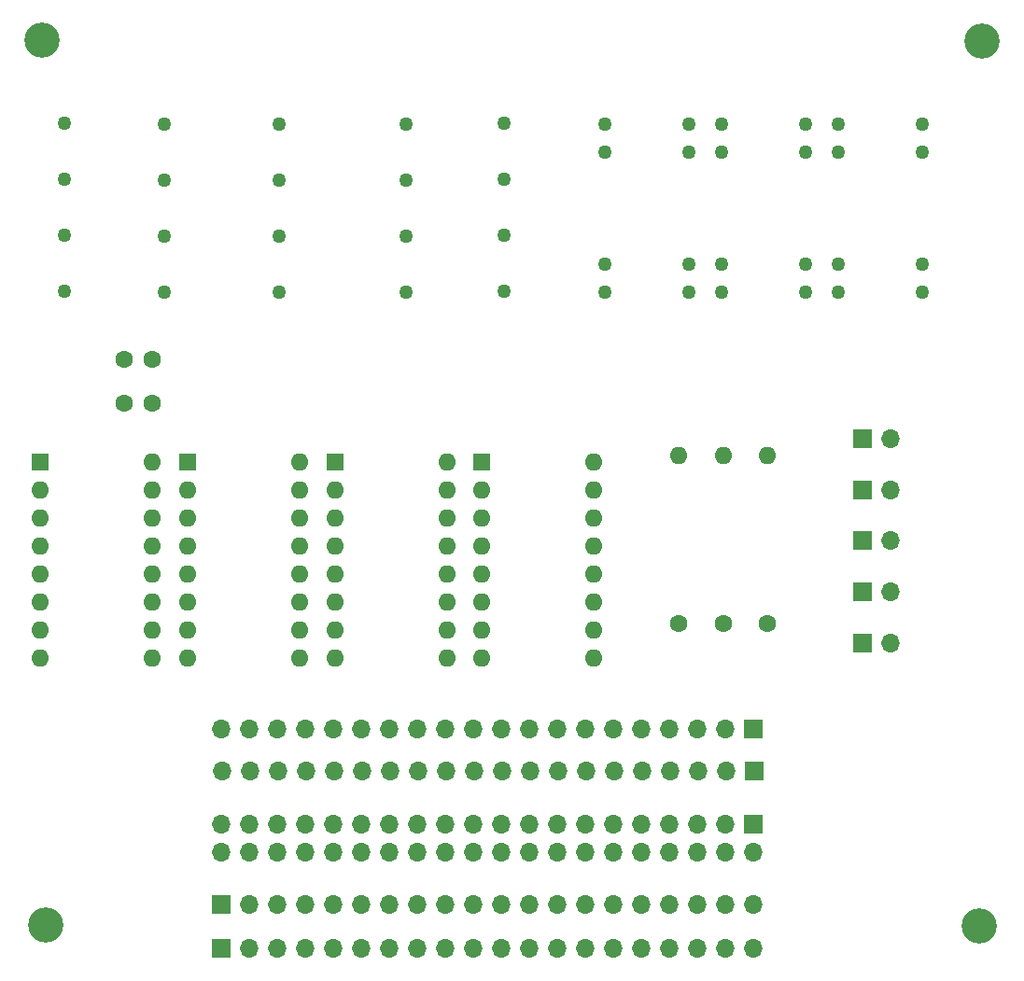
<source format=gbr>
%TF.GenerationSoftware,KiCad,Pcbnew,8.0.2*%
%TF.CreationDate,2024-05-07T00:14:14+01:00*%
%TF.ProjectId,VISIR_Lei_Ohm,56495349-525f-44c6-9569-5f4f686d2e6b,rev?*%
%TF.SameCoordinates,Original*%
%TF.FileFunction,Soldermask,Bot*%
%TF.FilePolarity,Negative*%
%FSLAX46Y46*%
G04 Gerber Fmt 4.6, Leading zero omitted, Abs format (unit mm)*
G04 Created by KiCad (PCBNEW 8.0.2) date 2024-05-07 00:14:14*
%MOMM*%
%LPD*%
G01*
G04 APERTURE LIST*
%ADD10C,3.200000*%
%ADD11R,1.700000X1.700000*%
%ADD12O,1.700000X1.700000*%
%ADD13R,1.600000X1.600000*%
%ADD14O,1.600000X1.600000*%
%ADD15C,1.270000*%
%ADD16C,1.600000*%
G04 APERTURE END LIST*
D10*
%TO.C,H4*%
X210700000Y-115800000D03*
%TD*%
%TO.C,H3*%
X126050000Y-115750000D03*
%TD*%
%TO.C,H2*%
X125700000Y-35500000D03*
%TD*%
%TO.C,H1*%
X210950000Y-35600000D03*
%TD*%
D11*
%TO.C,J8*%
X190250000Y-97950000D03*
D12*
X187710000Y-97950000D03*
X185170000Y-97950000D03*
X182630000Y-97950000D03*
X180090000Y-97950000D03*
X177550000Y-97950000D03*
X175010000Y-97950000D03*
X172470000Y-97950000D03*
X169930000Y-97950000D03*
X167390000Y-97950000D03*
X164850000Y-97950000D03*
X162310000Y-97950000D03*
X159770000Y-97950000D03*
X157230000Y-97950000D03*
X154690000Y-97950000D03*
X152150000Y-97950000D03*
X149610000Y-97950000D03*
X147070000Y-97950000D03*
X144530000Y-97950000D03*
X141990000Y-97950000D03*
%TD*%
D11*
%TO.C,J7*%
X190260000Y-101800000D03*
D12*
X187720000Y-101800000D03*
X185180000Y-101800000D03*
X182640000Y-101800000D03*
X180100000Y-101800000D03*
X177560000Y-101800000D03*
X175020000Y-101800000D03*
X172480000Y-101800000D03*
X169940000Y-101800000D03*
X167400000Y-101800000D03*
X164860000Y-101800000D03*
X162320000Y-101800000D03*
X159780000Y-101800000D03*
X157240000Y-101800000D03*
X154700000Y-101800000D03*
X152160000Y-101800000D03*
X149620000Y-101800000D03*
X147080000Y-101800000D03*
X144540000Y-101800000D03*
X142000000Y-101800000D03*
%TD*%
%TO.C,J1*%
X141980000Y-109100000D03*
X141980000Y-106560000D03*
X144520000Y-109100000D03*
X144520000Y-106560000D03*
X147060000Y-109100000D03*
X147060000Y-106560000D03*
X149600000Y-109100000D03*
X149600000Y-106560000D03*
X152140000Y-109100000D03*
X152140000Y-106560000D03*
X154680000Y-109100000D03*
X154680000Y-106560000D03*
X157220000Y-109100000D03*
X157220000Y-106560000D03*
X159760000Y-109100000D03*
X159760000Y-106560000D03*
X162300000Y-109100000D03*
X162300000Y-106560000D03*
X164840000Y-109100000D03*
X164840000Y-106560000D03*
X167380000Y-109100000D03*
X167380000Y-106560000D03*
X169920000Y-109100000D03*
X169920000Y-106560000D03*
X172460000Y-109100000D03*
X172460000Y-106560000D03*
X175000000Y-109100000D03*
X175000000Y-106560000D03*
X177540000Y-109100000D03*
X177540000Y-106560000D03*
X180080000Y-109100000D03*
X180080000Y-106560000D03*
X182620000Y-109100000D03*
X182620000Y-106560000D03*
X185160000Y-109100000D03*
X185160000Y-106560000D03*
X187700000Y-109100000D03*
X187700000Y-106560000D03*
X190240000Y-109100000D03*
D11*
X190240000Y-106560000D03*
%TD*%
%TO.C,J4*%
X200120000Y-71650000D03*
D12*
X202660000Y-71650000D03*
%TD*%
D11*
%TO.C,J3*%
X200120000Y-76250000D03*
D12*
X202660000Y-76250000D03*
%TD*%
D11*
%TO.C,J2*%
X200120000Y-80850000D03*
D12*
X202660000Y-80850000D03*
%TD*%
D11*
%TO.C,J6*%
X141940000Y-117850000D03*
D12*
X144480000Y-117850000D03*
X147020000Y-117850000D03*
X149560000Y-117850000D03*
X152100000Y-117850000D03*
X154640000Y-117850000D03*
X157180000Y-117850000D03*
X159720000Y-117850000D03*
X162260000Y-117850000D03*
X164800000Y-117850000D03*
X167340000Y-117850000D03*
X169880000Y-117850000D03*
X172420000Y-117850000D03*
X174960000Y-117850000D03*
X177500000Y-117850000D03*
X180040000Y-117850000D03*
X182580000Y-117850000D03*
X185120000Y-117850000D03*
X187660000Y-117850000D03*
X190200000Y-117850000D03*
%TD*%
D13*
%TO.C,U1*%
X125550000Y-73780000D03*
D14*
X125550000Y-76320000D03*
X125550000Y-78860000D03*
X125550000Y-81400000D03*
X125550000Y-83940000D03*
X125550000Y-86480000D03*
X125550000Y-89020000D03*
X125550000Y-91560000D03*
X135710000Y-91560000D03*
X135710000Y-89020000D03*
X135710000Y-86480000D03*
X135710000Y-83940000D03*
X135710000Y-81400000D03*
X135710000Y-78860000D03*
X135710000Y-76320000D03*
X135710000Y-73780000D03*
%TD*%
D15*
%TO.C,K4*%
X127760000Y-43040000D03*
X127760000Y-48120000D03*
X127760000Y-53200000D03*
X127760000Y-58280000D03*
%TD*%
D16*
%TO.C,R1*%
X183420000Y-88430000D03*
D14*
X183420000Y-73190000D03*
%TD*%
D16*
%TO.C,R3*%
X191520000Y-88430000D03*
D14*
X191520000Y-73190000D03*
%TD*%
D13*
%TO.C,U4*%
X165600000Y-73780000D03*
D14*
X165600000Y-76320000D03*
X165600000Y-78860000D03*
X165600000Y-81400000D03*
X165600000Y-83940000D03*
X165600000Y-86480000D03*
X165600000Y-89020000D03*
X165600000Y-91560000D03*
X175760000Y-91560000D03*
X175760000Y-89020000D03*
X175760000Y-86480000D03*
X175760000Y-83940000D03*
X175760000Y-81400000D03*
X175760000Y-78860000D03*
X175760000Y-76320000D03*
X175760000Y-73780000D03*
%TD*%
D12*
%TO.C,MES3*%
X202660000Y-85500000D03*
D11*
X200120000Y-85500000D03*
%TD*%
D15*
%TO.C,K8*%
X167620000Y-58260000D03*
X167620000Y-53180000D03*
X167620000Y-48100000D03*
X167620000Y-43020000D03*
%TD*%
%TO.C,K7*%
X158680000Y-43080000D03*
X158680000Y-48160000D03*
X158680000Y-53240000D03*
X158680000Y-58320000D03*
%TD*%
%TO.C,K3*%
X197880800Y-43080000D03*
X197880800Y-45620000D03*
X197880800Y-55780000D03*
X197880800Y-58320000D03*
X205500800Y-58320000D03*
X205500800Y-55780000D03*
X205500800Y-45620000D03*
X205500800Y-43080000D03*
%TD*%
D12*
%TO.C,MES1*%
X202660000Y-90150000D03*
D11*
X200120000Y-90150000D03*
%TD*%
D16*
%TO.C,C1*%
X133150000Y-64400000D03*
X135650000Y-64400000D03*
%TD*%
%TO.C,R2*%
X187470000Y-88430000D03*
D14*
X187470000Y-73190000D03*
%TD*%
D15*
%TO.C,K1*%
X176780000Y-43080000D03*
X176780000Y-45620000D03*
X176780000Y-55780000D03*
X176780000Y-58320000D03*
X184400000Y-58320000D03*
X184400000Y-55780000D03*
X184400000Y-45620000D03*
X184400000Y-43080000D03*
%TD*%
%TO.C,K2*%
X187330400Y-43080000D03*
X187330400Y-45620000D03*
X187330400Y-55780000D03*
X187330400Y-58320000D03*
X194950400Y-58320000D03*
X194950400Y-55780000D03*
X194950400Y-45620000D03*
X194950400Y-43080000D03*
%TD*%
D16*
%TO.C,C2*%
X133150000Y-68450000D03*
X135650000Y-68450000D03*
%TD*%
D13*
%TO.C,U2*%
X138900000Y-73780000D03*
D14*
X138900000Y-76320000D03*
X138900000Y-78860000D03*
X138900000Y-81400000D03*
X138900000Y-83940000D03*
X138900000Y-86480000D03*
X138900000Y-89020000D03*
X138900000Y-91560000D03*
X149060000Y-91560000D03*
X149060000Y-89020000D03*
X149060000Y-86480000D03*
X149060000Y-83940000D03*
X149060000Y-81400000D03*
X149060000Y-78860000D03*
X149060000Y-76320000D03*
X149060000Y-73780000D03*
%TD*%
D15*
%TO.C,K6*%
X147230000Y-43060000D03*
X147230000Y-48140000D03*
X147230000Y-53220000D03*
X147230000Y-58300000D03*
%TD*%
%TO.C,K5*%
X136810000Y-58320000D03*
X136810000Y-53240000D03*
X136810000Y-48160000D03*
X136810000Y-43080000D03*
%TD*%
D13*
%TO.C,U3*%
X152250000Y-73780000D03*
D14*
X152250000Y-76320000D03*
X152250000Y-78860000D03*
X152250000Y-81400000D03*
X152250000Y-83940000D03*
X152250000Y-86480000D03*
X152250000Y-89020000D03*
X152250000Y-91560000D03*
X162410000Y-91560000D03*
X162410000Y-89020000D03*
X162410000Y-86480000D03*
X162410000Y-83940000D03*
X162410000Y-81400000D03*
X162410000Y-78860000D03*
X162410000Y-76320000D03*
X162410000Y-73780000D03*
%TD*%
D11*
%TO.C,J5*%
X141970000Y-113900000D03*
D12*
X144510000Y-113900000D03*
X147050000Y-113900000D03*
X149590000Y-113900000D03*
X152130000Y-113900000D03*
X154670000Y-113900000D03*
X157210000Y-113900000D03*
X159750000Y-113900000D03*
X162290000Y-113900000D03*
X164830000Y-113900000D03*
X167370000Y-113900000D03*
X169910000Y-113900000D03*
X172450000Y-113900000D03*
X174990000Y-113900000D03*
X177530000Y-113900000D03*
X180070000Y-113900000D03*
X182610000Y-113900000D03*
X185150000Y-113900000D03*
X187690000Y-113900000D03*
X190230000Y-113900000D03*
%TD*%
M02*

</source>
